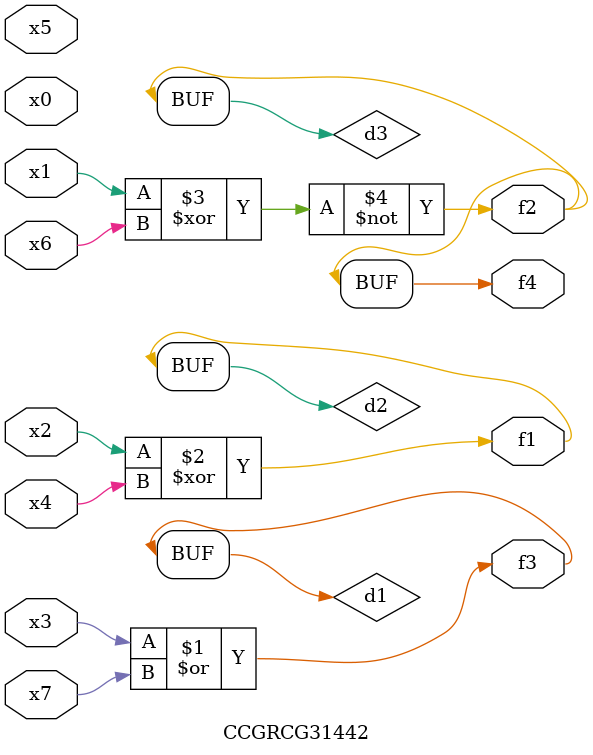
<source format=v>
module CCGRCG31442(
	input x0, x1, x2, x3, x4, x5, x6, x7,
	output f1, f2, f3, f4
);

	wire d1, d2, d3;

	or (d1, x3, x7);
	xor (d2, x2, x4);
	xnor (d3, x1, x6);
	assign f1 = d2;
	assign f2 = d3;
	assign f3 = d1;
	assign f4 = d3;
endmodule

</source>
